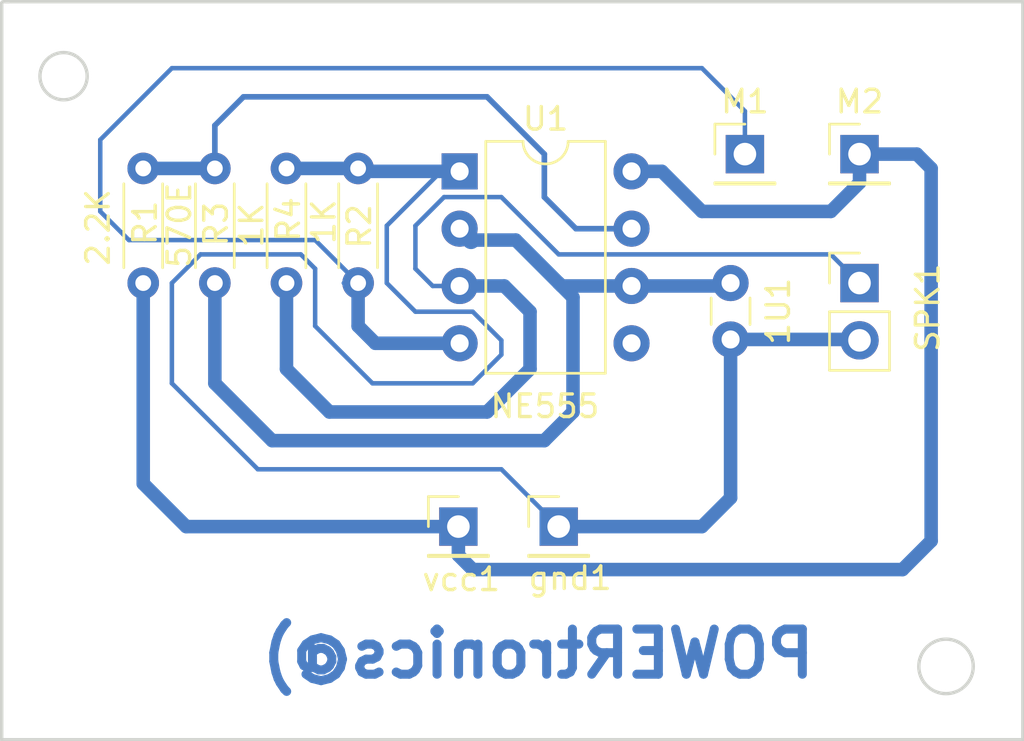
<source format=kicad_pcb>
(kicad_pcb (version 4) (host pcbnew 4.0.5)

  (general
    (links 17)
    (no_connects 0)
    (area 146.686199 99.848599 192.099001 132.713801)
    (thickness 1.6)
    (drawings 9)
    (tracks 89)
    (zones 0)
    (modules 11)
    (nets 8)
  )

  (page A4)
  (layers
    (0 F.Cu signal)
    (31 B.Cu signal)
    (32 B.Adhes user)
    (33 F.Adhes user)
    (34 B.Paste user)
    (35 F.Paste user)
    (36 B.SilkS user)
    (37 F.SilkS user)
    (38 B.Mask user)
    (39 F.Mask user)
    (40 Dwgs.User user)
    (41 Cmts.User user)
    (42 Eco1.User user)
    (43 Eco2.User user)
    (44 Edge.Cuts user)
    (45 Margin user)
    (46 B.CrtYd user)
    (47 F.CrtYd user)
    (48 B.Fab user)
    (49 F.Fab user)
  )

  (setup
    (last_trace_width 0.6)
    (user_trace_width 0.2)
    (user_trace_width 0.6)
    (user_trace_width 0.8)
    (user_trace_width 1)
    (user_trace_width 1.2)
    (user_trace_width 1.4)
    (trace_clearance 0.2)
    (zone_clearance 0.508)
    (zone_45_only yes)
    (trace_min 0.2)
    (segment_width 0.2)
    (edge_width 0.15)
    (via_size 0.6)
    (via_drill 0.4)
    (via_min_size 0.4)
    (via_min_drill 0.3)
    (uvia_size 0.3)
    (uvia_drill 0.1)
    (uvias_allowed no)
    (uvia_min_size 0.2)
    (uvia_min_drill 0.1)
    (pcb_text_width 0.3)
    (pcb_text_size 1.5 1.5)
    (mod_edge_width 0.15)
    (mod_text_size 1 1)
    (mod_text_width 0.15)
    (pad_size 1.524 1.524)
    (pad_drill 0.762)
    (pad_to_mask_clearance 0.2)
    (aux_axis_origin 0 0)
    (visible_elements 7FFFFFFF)
    (pcbplotparams
      (layerselection 0x01030_80000001)
      (usegerberextensions false)
      (excludeedgelayer true)
      (linewidth 0.100000)
      (plotframeref false)
      (viasonmask false)
      (mode 1)
      (useauxorigin false)
      (hpglpennumber 1)
      (hpglpenspeed 20)
      (hpglpendiameter 15)
      (hpglpenoverlay 2)
      (psnegative false)
      (psa4output false)
      (plotreference true)
      (plotvalue true)
      (plotinvisibletext false)
      (padsonsilk false)
      (subtractmaskfromsilk false)
      (outputformat 1)
      (mirror false)
      (drillshape 0)
      (scaleselection 1)
      (outputdirectory ""))
  )

  (net 0 "")
  (net 1 "Net-(1U1-Pad1)")
  (net 2 GND)
  (net 3 "Net-(M1-Pad1)")
  (net 4 "Net-(R1-Pad2)")
  (net 5 "Net-(R4-Pad1)")
  (net 6 "Net-(U1-Pad5)")
  (net 7 VCC)

  (net_class Default "This is the default net class."
    (clearance 0.2)
    (trace_width 0.25)
    (via_dia 0.6)
    (via_drill 0.4)
    (uvia_dia 0.3)
    (uvia_drill 0.1)
    (add_net GND)
    (add_net "Net-(1U1-Pad1)")
    (add_net "Net-(M1-Pad1)")
    (add_net "Net-(R1-Pad2)")
    (add_net "Net-(R4-Pad1)")
    (add_net "Net-(U1-Pad5)")
    (add_net VCC)
  )

  (module Capacitors_THT:C_Disc_D3.0mm_W1.6mm_P2.50mm (layer F.Cu) (tedit 597BC7C2) (tstamp 5E7F3265)
    (at 179.07 112.395 270)
    (descr "C, Disc series, Radial, pin pitch=2.50mm, , diameter*width=3.0*1.6mm^2, Capacitor, http://www.vishay.com/docs/45233/krseries.pdf")
    (tags "C Disc series Radial pin pitch 2.50mm  diameter 3.0mm width 1.6mm Capacitor")
    (path /5DC7C038)
    (fp_text reference 1U1 (at 1.25 -2.11 270) (layer F.SilkS)
      (effects (font (size 1 1) (thickness 0.15)))
    )
    (fp_text value CP1_Small (at 1.25 2.11 270) (layer F.Fab)
      (effects (font (size 1 1) (thickness 0.15)))
    )
    (fp_line (start -0.25 -0.8) (end -0.25 0.8) (layer F.Fab) (width 0.1))
    (fp_line (start -0.25 0.8) (end 2.75 0.8) (layer F.Fab) (width 0.1))
    (fp_line (start 2.75 0.8) (end 2.75 -0.8) (layer F.Fab) (width 0.1))
    (fp_line (start 2.75 -0.8) (end -0.25 -0.8) (layer F.Fab) (width 0.1))
    (fp_line (start 0.663 -0.861) (end 1.837 -0.861) (layer F.SilkS) (width 0.12))
    (fp_line (start 0.663 0.861) (end 1.837 0.861) (layer F.SilkS) (width 0.12))
    (fp_line (start -1.05 -1.15) (end -1.05 1.15) (layer F.CrtYd) (width 0.05))
    (fp_line (start -1.05 1.15) (end 3.55 1.15) (layer F.CrtYd) (width 0.05))
    (fp_line (start 3.55 1.15) (end 3.55 -1.15) (layer F.CrtYd) (width 0.05))
    (fp_line (start 3.55 -1.15) (end -1.05 -1.15) (layer F.CrtYd) (width 0.05))
    (fp_text user %R (at 1.25 0 270) (layer F.Fab)
      (effects (font (size 1 1) (thickness 0.15)))
    )
    (pad 1 thru_hole circle (at 0 0 270) (size 1.6 1.6) (drill 0.8) (layers *.Cu *.Mask)
      (net 1 "Net-(1U1-Pad1)"))
    (pad 2 thru_hole circle (at 2.5 0 270) (size 1.6 1.6) (drill 0.8) (layers *.Cu *.Mask)
      (net 2 GND))
    (model ${KISYS3DMOD}/Capacitors_THT.3dshapes/C_Disc_D3.0mm_W1.6mm_P2.50mm.wrl
      (at (xyz 0 0 0))
      (scale (xyz 1 1 1))
      (rotate (xyz 0 0 0))
    )
  )

  (module Pin_Headers:Pin_Header_Straight_1x01_Pitch2.54mm (layer F.Cu) (tedit 5EABCB96) (tstamp 5E7F327A)
    (at 171.45 123.19)
    (descr "Through hole straight pin header, 1x01, 2.54mm pitch, single row")
    (tags "Through hole pin header THT 1x01 2.54mm single row")
    (path /5DC7C0D1)
    (fp_text reference gnd1 (at 0.508 2.286) (layer F.SilkS)
      (effects (font (size 1 1) (thickness 0.15)))
    )
    (fp_text value CONN_01X01 (at 0 2.33) (layer F.Fab) hide
      (effects (font (size 1 1) (thickness 0.15)))
    )
    (fp_line (start -0.635 -1.27) (end 1.27 -1.27) (layer F.Fab) (width 0.1))
    (fp_line (start 1.27 -1.27) (end 1.27 1.27) (layer F.Fab) (width 0.1))
    (fp_line (start 1.27 1.27) (end -1.27 1.27) (layer F.Fab) (width 0.1))
    (fp_line (start -1.27 1.27) (end -1.27 -0.635) (layer F.Fab) (width 0.1))
    (fp_line (start -1.27 -0.635) (end -0.635 -1.27) (layer F.Fab) (width 0.1))
    (fp_line (start -1.33 1.33) (end 1.33 1.33) (layer F.SilkS) (width 0.12))
    (fp_line (start -1.33 1.27) (end -1.33 1.33) (layer F.SilkS) (width 0.12))
    (fp_line (start 1.33 1.27) (end 1.33 1.33) (layer F.SilkS) (width 0.12))
    (fp_line (start -1.33 1.27) (end 1.33 1.27) (layer F.SilkS) (width 0.12))
    (fp_line (start -1.33 0) (end -1.33 -1.33) (layer F.SilkS) (width 0.12))
    (fp_line (start -1.33 -1.33) (end 0 -1.33) (layer F.SilkS) (width 0.12))
    (fp_line (start -1.8 -1.8) (end -1.8 1.8) (layer F.CrtYd) (width 0.05))
    (fp_line (start -1.8 1.8) (end 1.8 1.8) (layer F.CrtYd) (width 0.05))
    (fp_line (start 1.8 1.8) (end 1.8 -1.8) (layer F.CrtYd) (width 0.05))
    (fp_line (start 1.8 -1.8) (end -1.8 -1.8) (layer F.CrtYd) (width 0.05))
    (fp_text user %R (at 0 0 90) (layer F.Fab)
      (effects (font (size 1 1) (thickness 0.15)))
    )
    (pad 1 thru_hole rect (at 0 0) (size 1.7 1.7) (drill 1) (layers *.Cu *.Mask)
      (net 2 GND))
    (model ${KISYS3DMOD}/Pin_Headers.3dshapes/Pin_Header_Straight_1x01_Pitch2.54mm.wrl
      (at (xyz 0 0 0))
      (scale (xyz 1 1 1))
      (rotate (xyz 0 0 0))
    )
  )

  (module Pin_Headers:Pin_Header_Straight_1x01_Pitch2.54mm (layer F.Cu) (tedit 59650532) (tstamp 5E7F328F)
    (at 179.705 106.68)
    (descr "Through hole straight pin header, 1x01, 2.54mm pitch, single row")
    (tags "Through hole pin header THT 1x01 2.54mm single row")
    (path /5DC7C0A5)
    (fp_text reference M1 (at 0 -2.33) (layer F.SilkS)
      (effects (font (size 1 1) (thickness 0.15)))
    )
    (fp_text value CONN_01X01 (at 0 2.33) (layer F.Fab)
      (effects (font (size 1 1) (thickness 0.15)))
    )
    (fp_line (start -0.635 -1.27) (end 1.27 -1.27) (layer F.Fab) (width 0.1))
    (fp_line (start 1.27 -1.27) (end 1.27 1.27) (layer F.Fab) (width 0.1))
    (fp_line (start 1.27 1.27) (end -1.27 1.27) (layer F.Fab) (width 0.1))
    (fp_line (start -1.27 1.27) (end -1.27 -0.635) (layer F.Fab) (width 0.1))
    (fp_line (start -1.27 -0.635) (end -0.635 -1.27) (layer F.Fab) (width 0.1))
    (fp_line (start -1.33 1.33) (end 1.33 1.33) (layer F.SilkS) (width 0.12))
    (fp_line (start -1.33 1.27) (end -1.33 1.33) (layer F.SilkS) (width 0.12))
    (fp_line (start 1.33 1.27) (end 1.33 1.33) (layer F.SilkS) (width 0.12))
    (fp_line (start -1.33 1.27) (end 1.33 1.27) (layer F.SilkS) (width 0.12))
    (fp_line (start -1.33 0) (end -1.33 -1.33) (layer F.SilkS) (width 0.12))
    (fp_line (start -1.33 -1.33) (end 0 -1.33) (layer F.SilkS) (width 0.12))
    (fp_line (start -1.8 -1.8) (end -1.8 1.8) (layer F.CrtYd) (width 0.05))
    (fp_line (start -1.8 1.8) (end 1.8 1.8) (layer F.CrtYd) (width 0.05))
    (fp_line (start 1.8 1.8) (end 1.8 -1.8) (layer F.CrtYd) (width 0.05))
    (fp_line (start 1.8 -1.8) (end -1.8 -1.8) (layer F.CrtYd) (width 0.05))
    (fp_text user %R (at 0 0 90) (layer F.Fab)
      (effects (font (size 1 1) (thickness 0.15)))
    )
    (pad 1 thru_hole rect (at 0 0) (size 1.7 1.7) (drill 1) (layers *.Cu *.Mask)
      (net 3 "Net-(M1-Pad1)"))
    (model ${KISYS3DMOD}/Pin_Headers.3dshapes/Pin_Header_Straight_1x01_Pitch2.54mm.wrl
      (at (xyz 0 0 0))
      (scale (xyz 1 1 1))
      (rotate (xyz 0 0 0))
    )
  )

  (module Pin_Headers:Pin_Header_Straight_1x01_Pitch2.54mm (layer F.Cu) (tedit 59650532) (tstamp 5E7F32A4)
    (at 184.785 106.68)
    (descr "Through hole straight pin header, 1x01, 2.54mm pitch, single row")
    (tags "Through hole pin header THT 1x01 2.54mm single row")
    (path /5DC7C05F)
    (fp_text reference M2 (at 0 -2.33) (layer F.SilkS)
      (effects (font (size 1 1) (thickness 0.15)))
    )
    (fp_text value CONN_01X01 (at 0 2.33) (layer F.Fab)
      (effects (font (size 1 1) (thickness 0.15)))
    )
    (fp_line (start -0.635 -1.27) (end 1.27 -1.27) (layer F.Fab) (width 0.1))
    (fp_line (start 1.27 -1.27) (end 1.27 1.27) (layer F.Fab) (width 0.1))
    (fp_line (start 1.27 1.27) (end -1.27 1.27) (layer F.Fab) (width 0.1))
    (fp_line (start -1.27 1.27) (end -1.27 -0.635) (layer F.Fab) (width 0.1))
    (fp_line (start -1.27 -0.635) (end -0.635 -1.27) (layer F.Fab) (width 0.1))
    (fp_line (start -1.33 1.33) (end 1.33 1.33) (layer F.SilkS) (width 0.12))
    (fp_line (start -1.33 1.27) (end -1.33 1.33) (layer F.SilkS) (width 0.12))
    (fp_line (start 1.33 1.27) (end 1.33 1.33) (layer F.SilkS) (width 0.12))
    (fp_line (start -1.33 1.27) (end 1.33 1.27) (layer F.SilkS) (width 0.12))
    (fp_line (start -1.33 0) (end -1.33 -1.33) (layer F.SilkS) (width 0.12))
    (fp_line (start -1.33 -1.33) (end 0 -1.33) (layer F.SilkS) (width 0.12))
    (fp_line (start -1.8 -1.8) (end -1.8 1.8) (layer F.CrtYd) (width 0.05))
    (fp_line (start -1.8 1.8) (end 1.8 1.8) (layer F.CrtYd) (width 0.05))
    (fp_line (start 1.8 1.8) (end 1.8 -1.8) (layer F.CrtYd) (width 0.05))
    (fp_line (start 1.8 -1.8) (end -1.8 -1.8) (layer F.CrtYd) (width 0.05))
    (fp_text user %R (at 0 0 90) (layer F.Fab)
      (effects (font (size 1 1) (thickness 0.15)))
    )
    (pad 1 thru_hole rect (at 0 0) (size 1.7 1.7) (drill 1) (layers *.Cu *.Mask)
      (net 7 VCC))
    (model ${KISYS3DMOD}/Pin_Headers.3dshapes/Pin_Header_Straight_1x01_Pitch2.54mm.wrl
      (at (xyz 0 0 0))
      (scale (xyz 1 1 1))
      (rotate (xyz 0 0 0))
    )
  )

  (module Resistors_THT:R_Axial_DIN0204_L3.6mm_D1.6mm_P5.08mm_Horizontal (layer F.Cu) (tedit 5EABCC2B) (tstamp 5E7F32B6)
    (at 153.035 112.395 90)
    (descr "Resistor, Axial_DIN0204 series, Axial, Horizontal, pin pitch=5.08mm, 0.16666666666666666W = 1/6W, length*diameter=3.6*1.6mm^2, http://cdn-reichelt.de/documents/datenblatt/B400/1_4W%23YAG.pdf")
    (tags "Resistor Axial_DIN0204 series Axial Horizontal pin pitch 5.08mm 0.16666666666666666W = 1/6W length 3.6mm diameter 1.6mm")
    (path /5DC7BF40)
    (fp_text reference R1 (at 2.667 0.0762 90) (layer F.SilkS)
      (effects (font (size 1 1) (thickness 0.15)))
    )
    (fp_text value 2.2K (at 2.4638 -2.0066 90) (layer F.SilkS)
      (effects (font (size 1 1) (thickness 0.15)))
    )
    (fp_line (start 0.74 -0.8) (end 0.74 0.8) (layer F.Fab) (width 0.1))
    (fp_line (start 0.74 0.8) (end 4.34 0.8) (layer F.Fab) (width 0.1))
    (fp_line (start 4.34 0.8) (end 4.34 -0.8) (layer F.Fab) (width 0.1))
    (fp_line (start 4.34 -0.8) (end 0.74 -0.8) (layer F.Fab) (width 0.1))
    (fp_line (start 0 0) (end 0.74 0) (layer F.Fab) (width 0.1))
    (fp_line (start 5.08 0) (end 4.34 0) (layer F.Fab) (width 0.1))
    (fp_line (start 0.68 -0.86) (end 4.4 -0.86) (layer F.SilkS) (width 0.12))
    (fp_line (start 0.68 0.86) (end 4.4 0.86) (layer F.SilkS) (width 0.12))
    (fp_line (start -0.95 -1.15) (end -0.95 1.15) (layer F.CrtYd) (width 0.05))
    (fp_line (start -0.95 1.15) (end 6.05 1.15) (layer F.CrtYd) (width 0.05))
    (fp_line (start 6.05 1.15) (end 6.05 -1.15) (layer F.CrtYd) (width 0.05))
    (fp_line (start 6.05 -1.15) (end -0.95 -1.15) (layer F.CrtYd) (width 0.05))
    (pad 1 thru_hole circle (at 0 0 90) (size 1.4 1.4) (drill 0.7) (layers *.Cu *.Mask)
      (net 7 VCC))
    (pad 2 thru_hole oval (at 5.08 0 90) (size 1.4 1.4) (drill 0.7) (layers *.Cu *.Mask)
      (net 4 "Net-(R1-Pad2)"))
    (model ${KISYS3DMOD}/Resistors_THT.3dshapes/R_Axial_DIN0204_L3.6mm_D1.6mm_P5.08mm_Horizontal.wrl
      (at (xyz 0 0 0))
      (scale (xyz 0.393701 0.393701 0.393701))
      (rotate (xyz 0 0 0))
    )
  )

  (module Resistors_THT:R_Axial_DIN0204_L3.6mm_D1.6mm_P5.08mm_Horizontal (layer F.Cu) (tedit 5EABCC4B) (tstamp 5E7F32C8)
    (at 162.56 112.395 90)
    (descr "Resistor, Axial_DIN0204 series, Axial, Horizontal, pin pitch=5.08mm, 0.16666666666666666W = 1/6W, length*diameter=3.6*1.6mm^2, http://cdn-reichelt.de/documents/datenblatt/B400/1_4W%23YAG.pdf")
    (tags "Resistor Axial_DIN0204 series Axial Horizontal pin pitch 5.08mm 0.16666666666666666W = 1/6W length 3.6mm diameter 1.6mm")
    (path /5DC7BFAE)
    (fp_text reference R2 (at 2.5146 0.0508 90) (layer F.SilkS)
      (effects (font (size 1 1) (thickness 0.15)))
    )
    (fp_text value 1K (at 2.7178 -1.524 90) (layer F.SilkS)
      (effects (font (size 1 1) (thickness 0.15)))
    )
    (fp_line (start 0.74 -0.8) (end 0.74 0.8) (layer F.Fab) (width 0.1))
    (fp_line (start 0.74 0.8) (end 4.34 0.8) (layer F.Fab) (width 0.1))
    (fp_line (start 4.34 0.8) (end 4.34 -0.8) (layer F.Fab) (width 0.1))
    (fp_line (start 4.34 -0.8) (end 0.74 -0.8) (layer F.Fab) (width 0.1))
    (fp_line (start 0 0) (end 0.74 0) (layer F.Fab) (width 0.1))
    (fp_line (start 5.08 0) (end 4.34 0) (layer F.Fab) (width 0.1))
    (fp_line (start 0.68 -0.86) (end 4.4 -0.86) (layer F.SilkS) (width 0.12))
    (fp_line (start 0.68 0.86) (end 4.4 0.86) (layer F.SilkS) (width 0.12))
    (fp_line (start -0.95 -1.15) (end -0.95 1.15) (layer F.CrtYd) (width 0.05))
    (fp_line (start -0.95 1.15) (end 6.05 1.15) (layer F.CrtYd) (width 0.05))
    (fp_line (start 6.05 1.15) (end 6.05 -1.15) (layer F.CrtYd) (width 0.05))
    (fp_line (start 6.05 -1.15) (end -0.95 -1.15) (layer F.CrtYd) (width 0.05))
    (pad 1 thru_hole circle (at 0 0 90) (size 1.4 1.4) (drill 0.7) (layers *.Cu *.Mask)
      (net 3 "Net-(M1-Pad1)"))
    (pad 2 thru_hole oval (at 5.08 0 90) (size 1.4 1.4) (drill 0.7) (layers *.Cu *.Mask)
      (net 2 GND))
    (model ${KISYS3DMOD}/Resistors_THT.3dshapes/R_Axial_DIN0204_L3.6mm_D1.6mm_P5.08mm_Horizontal.wrl
      (at (xyz 0 0 0))
      (scale (xyz 0.393701 0.393701 0.393701))
      (rotate (xyz 0 0 0))
    )
  )

  (module Resistors_THT:R_Axial_DIN0204_L3.6mm_D1.6mm_P5.08mm_Horizontal (layer F.Cu) (tedit 5EABCC30) (tstamp 5E7F32DA)
    (at 156.21 107.315 270)
    (descr "Resistor, Axial_DIN0204 series, Axial, Horizontal, pin pitch=5.08mm, 0.16666666666666666W = 1/6W, length*diameter=3.6*1.6mm^2, http://cdn-reichelt.de/documents/datenblatt/B400/1_4W%23YAG.pdf")
    (tags "Resistor Axial_DIN0204 series Axial Horizontal pin pitch 5.08mm 0.16666666666666666W = 1/6W length 3.6mm diameter 1.6mm")
    (path /5DC7BF0F)
    (fp_text reference R3 (at 2.4638 -0.0508 270) (layer F.SilkS)
      (effects (font (size 1 1) (thickness 0.15)))
    )
    (fp_text value 570E (at 2.5146 1.5748 270) (layer F.SilkS)
      (effects (font (size 1 1) (thickness 0.15)))
    )
    (fp_line (start 0.74 -0.8) (end 0.74 0.8) (layer F.Fab) (width 0.1))
    (fp_line (start 0.74 0.8) (end 4.34 0.8) (layer F.Fab) (width 0.1))
    (fp_line (start 4.34 0.8) (end 4.34 -0.8) (layer F.Fab) (width 0.1))
    (fp_line (start 4.34 -0.8) (end 0.74 -0.8) (layer F.Fab) (width 0.1))
    (fp_line (start 0 0) (end 0.74 0) (layer F.Fab) (width 0.1))
    (fp_line (start 5.08 0) (end 4.34 0) (layer F.Fab) (width 0.1))
    (fp_line (start 0.68 -0.86) (end 4.4 -0.86) (layer F.SilkS) (width 0.12))
    (fp_line (start 0.68 0.86) (end 4.4 0.86) (layer F.SilkS) (width 0.12))
    (fp_line (start -0.95 -1.15) (end -0.95 1.15) (layer F.CrtYd) (width 0.05))
    (fp_line (start -0.95 1.15) (end 6.05 1.15) (layer F.CrtYd) (width 0.05))
    (fp_line (start 6.05 1.15) (end 6.05 -1.15) (layer F.CrtYd) (width 0.05))
    (fp_line (start 6.05 -1.15) (end -0.95 -1.15) (layer F.CrtYd) (width 0.05))
    (pad 1 thru_hole circle (at 0 0 270) (size 1.4 1.4) (drill 0.7) (layers *.Cu *.Mask)
      (net 4 "Net-(R1-Pad2)"))
    (pad 2 thru_hole oval (at 5.08 0 270) (size 1.4 1.4) (drill 0.7) (layers *.Cu *.Mask)
      (net 1 "Net-(1U1-Pad1)"))
    (model ${KISYS3DMOD}/Resistors_THT.3dshapes/R_Axial_DIN0204_L3.6mm_D1.6mm_P5.08mm_Horizontal.wrl
      (at (xyz 0 0 0))
      (scale (xyz 0.393701 0.393701 0.393701))
      (rotate (xyz 0 0 0))
    )
  )

  (module Resistors_THT:R_Axial_DIN0204_L3.6mm_D1.6mm_P5.08mm_Horizontal (layer F.Cu) (tedit 5EABCC35) (tstamp 5E7F32EC)
    (at 159.385 112.395 90)
    (descr "Resistor, Axial_DIN0204 series, Axial, Horizontal, pin pitch=5.08mm, 0.16666666666666666W = 1/6W, length*diameter=3.6*1.6mm^2, http://cdn-reichelt.de/documents/datenblatt/B400/1_4W%23YAG.pdf")
    (tags "Resistor Axial_DIN0204 series Axial Horizontal pin pitch 5.08mm 0.16666666666666666W = 1/6W length 3.6mm diameter 1.6mm")
    (path /5DC7BFE4)
    (fp_text reference R4 (at 2.8194 0.0762 90) (layer F.SilkS)
      (effects (font (size 1 1) (thickness 0.15)))
    )
    (fp_text value 1K (at 2.5654 -1.5494 90) (layer F.SilkS)
      (effects (font (size 1 1) (thickness 0.15)))
    )
    (fp_line (start 0.74 -0.8) (end 0.74 0.8) (layer F.Fab) (width 0.1))
    (fp_line (start 0.74 0.8) (end 4.34 0.8) (layer F.Fab) (width 0.1))
    (fp_line (start 4.34 0.8) (end 4.34 -0.8) (layer F.Fab) (width 0.1))
    (fp_line (start 4.34 -0.8) (end 0.74 -0.8) (layer F.Fab) (width 0.1))
    (fp_line (start 0 0) (end 0.74 0) (layer F.Fab) (width 0.1))
    (fp_line (start 5.08 0) (end 4.34 0) (layer F.Fab) (width 0.1))
    (fp_line (start 0.68 -0.86) (end 4.4 -0.86) (layer F.SilkS) (width 0.12))
    (fp_line (start 0.68 0.86) (end 4.4 0.86) (layer F.SilkS) (width 0.12))
    (fp_line (start -0.95 -1.15) (end -0.95 1.15) (layer F.CrtYd) (width 0.05))
    (fp_line (start -0.95 1.15) (end 6.05 1.15) (layer F.CrtYd) (width 0.05))
    (fp_line (start 6.05 1.15) (end 6.05 -1.15) (layer F.CrtYd) (width 0.05))
    (fp_line (start 6.05 -1.15) (end -0.95 -1.15) (layer F.CrtYd) (width 0.05))
    (pad 1 thru_hole circle (at 0 0 90) (size 1.4 1.4) (drill 0.7) (layers *.Cu *.Mask)
      (net 5 "Net-(R4-Pad1)"))
    (pad 2 thru_hole oval (at 5.08 0 90) (size 1.4 1.4) (drill 0.7) (layers *.Cu *.Mask)
      (net 2 GND))
    (model ${KISYS3DMOD}/Resistors_THT.3dshapes/R_Axial_DIN0204_L3.6mm_D1.6mm_P5.08mm_Horizontal.wrl
      (at (xyz 0 0 0))
      (scale (xyz 0.393701 0.393701 0.393701))
      (rotate (xyz 0 0 0))
    )
  )

  (module Pin_Headers:Pin_Header_Straight_1x02_Pitch2.54mm (layer F.Cu) (tedit 5EABCC02) (tstamp 5E7F3302)
    (at 184.785 112.395)
    (descr "Through hole straight pin header, 1x02, 2.54mm pitch, single row")
    (tags "Through hole pin header THT 1x02 2.54mm single row")
    (path /5DC7C19A)
    (fp_text reference SPK1 (at 3.0226 1.0922 90) (layer F.SilkS)
      (effects (font (size 1 1) (thickness 0.15)))
    )
    (fp_text value CONN_01X02 (at 0 4.87) (layer F.Fab) hide
      (effects (font (size 1 1) (thickness 0.15)))
    )
    (fp_line (start -0.635 -1.27) (end 1.27 -1.27) (layer F.Fab) (width 0.1))
    (fp_line (start 1.27 -1.27) (end 1.27 3.81) (layer F.Fab) (width 0.1))
    (fp_line (start 1.27 3.81) (end -1.27 3.81) (layer F.Fab) (width 0.1))
    (fp_line (start -1.27 3.81) (end -1.27 -0.635) (layer F.Fab) (width 0.1))
    (fp_line (start -1.27 -0.635) (end -0.635 -1.27) (layer F.Fab) (width 0.1))
    (fp_line (start -1.33 3.87) (end 1.33 3.87) (layer F.SilkS) (width 0.12))
    (fp_line (start -1.33 1.27) (end -1.33 3.87) (layer F.SilkS) (width 0.12))
    (fp_line (start 1.33 1.27) (end 1.33 3.87) (layer F.SilkS) (width 0.12))
    (fp_line (start -1.33 1.27) (end 1.33 1.27) (layer F.SilkS) (width 0.12))
    (fp_line (start -1.33 0) (end -1.33 -1.33) (layer F.SilkS) (width 0.12))
    (fp_line (start -1.33 -1.33) (end 0 -1.33) (layer F.SilkS) (width 0.12))
    (fp_line (start -1.8 -1.8) (end -1.8 4.35) (layer F.CrtYd) (width 0.05))
    (fp_line (start -1.8 4.35) (end 1.8 4.35) (layer F.CrtYd) (width 0.05))
    (fp_line (start 1.8 4.35) (end 1.8 -1.8) (layer F.CrtYd) (width 0.05))
    (fp_line (start 1.8 -1.8) (end -1.8 -1.8) (layer F.CrtYd) (width 0.05))
    (fp_text user %R (at 0 1.27 90) (layer F.Fab)
      (effects (font (size 1 1) (thickness 0.15)))
    )
    (pad 1 thru_hole rect (at 0 0) (size 1.7 1.7) (drill 1) (layers *.Cu *.Mask)
      (net 5 "Net-(R4-Pad1)"))
    (pad 2 thru_hole oval (at 0 2.54) (size 1.7 1.7) (drill 1) (layers *.Cu *.Mask)
      (net 2 GND))
    (model ${KISYS3DMOD}/Pin_Headers.3dshapes/Pin_Header_Straight_1x02_Pitch2.54mm.wrl
      (at (xyz 0 0 0))
      (scale (xyz 1 1 1))
      (rotate (xyz 0 0 0))
    )
  )

  (module Package_DIP:DIP-8_W7.62mm (layer F.Cu) (tedit 5EABCBD8) (tstamp 5E7F331E)
    (at 167.060001 107.445)
    (descr "8-lead though-hole mounted DIP package, row spacing 7.62 mm (300 mils)")
    (tags "THT DIP DIL PDIP 2.54mm 7.62mm 300mil")
    (path /5DC7BED6)
    (fp_text reference U1 (at 3.81 -2.33) (layer F.SilkS)
      (effects (font (size 1 1) (thickness 0.15)))
    )
    (fp_text value NE555 (at 3.780399 10.411) (layer F.SilkS)
      (effects (font (size 1 1) (thickness 0.15)))
    )
    (fp_arc (start 3.81 -1.33) (end 2.81 -1.33) (angle -180) (layer F.SilkS) (width 0.12))
    (fp_line (start 1.635 -1.27) (end 6.985 -1.27) (layer F.Fab) (width 0.1))
    (fp_line (start 6.985 -1.27) (end 6.985 8.89) (layer F.Fab) (width 0.1))
    (fp_line (start 6.985 8.89) (end 0.635 8.89) (layer F.Fab) (width 0.1))
    (fp_line (start 0.635 8.89) (end 0.635 -0.27) (layer F.Fab) (width 0.1))
    (fp_line (start 0.635 -0.27) (end 1.635 -1.27) (layer F.Fab) (width 0.1))
    (fp_line (start 2.81 -1.33) (end 1.16 -1.33) (layer F.SilkS) (width 0.12))
    (fp_line (start 1.16 -1.33) (end 1.16 8.95) (layer F.SilkS) (width 0.12))
    (fp_line (start 1.16 8.95) (end 6.46 8.95) (layer F.SilkS) (width 0.12))
    (fp_line (start 6.46 8.95) (end 6.46 -1.33) (layer F.SilkS) (width 0.12))
    (fp_line (start 6.46 -1.33) (end 4.81 -1.33) (layer F.SilkS) (width 0.12))
    (fp_line (start -1.1 -1.55) (end -1.1 9.15) (layer F.CrtYd) (width 0.05))
    (fp_line (start -1.1 9.15) (end 8.7 9.15) (layer F.CrtYd) (width 0.05))
    (fp_line (start 8.7 9.15) (end 8.7 -1.55) (layer F.CrtYd) (width 0.05))
    (fp_line (start 8.7 -1.55) (end -1.1 -1.55) (layer F.CrtYd) (width 0.05))
    (fp_text user %R (at 3.81 3.81) (layer F.Fab)
      (effects (font (size 1 1) (thickness 0.15)))
    )
    (pad 1 thru_hole rect (at 0 0) (size 1.6 1.6) (drill 0.8) (layers *.Cu *.Mask)
      (net 2 GND))
    (pad 5 thru_hole oval (at 7.62 7.62) (size 1.6 1.6) (drill 0.8) (layers *.Cu *.Mask)
      (net 6 "Net-(U1-Pad5)"))
    (pad 2 thru_hole oval (at 0 2.54) (size 1.6 1.6) (drill 0.8) (layers *.Cu *.Mask)
      (net 1 "Net-(1U1-Pad1)"))
    (pad 6 thru_hole oval (at 7.62 5.08) (size 1.6 1.6) (drill 0.8) (layers *.Cu *.Mask)
      (net 1 "Net-(1U1-Pad1)"))
    (pad 3 thru_hole oval (at 0 5.08) (size 1.6 1.6) (drill 0.8) (layers *.Cu *.Mask)
      (net 5 "Net-(R4-Pad1)"))
    (pad 7 thru_hole oval (at 7.62 2.54) (size 1.6 1.6) (drill 0.8) (layers *.Cu *.Mask)
      (net 4 "Net-(R1-Pad2)"))
    (pad 4 thru_hole oval (at 0 7.62) (size 1.6 1.6) (drill 0.8) (layers *.Cu *.Mask)
      (net 3 "Net-(M1-Pad1)"))
    (pad 8 thru_hole oval (at 7.62 0) (size 1.6 1.6) (drill 0.8) (layers *.Cu *.Mask)
      (net 7 VCC))
    (model ${KISYS3DMOD}/Package_DIP.3dshapes/DIP-8_W7.62mm.wrl
      (at (xyz 0 0 0))
      (scale (xyz 1 1 1))
      (rotate (xyz 0 0 0))
    )
  )

  (module Pin_Headers:Pin_Header_Straight_1x01_Pitch2.54mm (layer F.Cu) (tedit 5EABCB91) (tstamp 5E7F3333)
    (at 167.005 123.19)
    (descr "Through hole straight pin header, 1x01, 2.54mm pitch, single row")
    (tags "Through hole pin header THT 1x01 2.54mm single row")
    (path /5DC7C110)
    (fp_text reference vcc1 (at 0.127 2.3368) (layer F.SilkS)
      (effects (font (size 1 1) (thickness 0.15)))
    )
    (fp_text value CONN_01X01 (at 0 2.33) (layer F.Fab) hide
      (effects (font (size 1 1) (thickness 0.15)))
    )
    (fp_line (start -0.635 -1.27) (end 1.27 -1.27) (layer F.Fab) (width 0.1))
    (fp_line (start 1.27 -1.27) (end 1.27 1.27) (layer F.Fab) (width 0.1))
    (fp_line (start 1.27 1.27) (end -1.27 1.27) (layer F.Fab) (width 0.1))
    (fp_line (start -1.27 1.27) (end -1.27 -0.635) (layer F.Fab) (width 0.1))
    (fp_line (start -1.27 -0.635) (end -0.635 -1.27) (layer F.Fab) (width 0.1))
    (fp_line (start -1.33 1.33) (end 1.33 1.33) (layer F.SilkS) (width 0.12))
    (fp_line (start -1.33 1.27) (end -1.33 1.33) (layer F.SilkS) (width 0.12))
    (fp_line (start 1.33 1.27) (end 1.33 1.33) (layer F.SilkS) (width 0.12))
    (fp_line (start -1.33 1.27) (end 1.33 1.27) (layer F.SilkS) (width 0.12))
    (fp_line (start -1.33 0) (end -1.33 -1.33) (layer F.SilkS) (width 0.12))
    (fp_line (start -1.33 -1.33) (end 0 -1.33) (layer F.SilkS) (width 0.12))
    (fp_line (start -1.8 -1.8) (end -1.8 1.8) (layer F.CrtYd) (width 0.05))
    (fp_line (start -1.8 1.8) (end 1.8 1.8) (layer F.CrtYd) (width 0.05))
    (fp_line (start 1.8 1.8) (end 1.8 -1.8) (layer F.CrtYd) (width 0.05))
    (fp_line (start 1.8 -1.8) (end -1.8 -1.8) (layer F.CrtYd) (width 0.05))
    (fp_text user %R (at 0 0 90) (layer F.Fab)
      (effects (font (size 1 1) (thickness 0.15)))
    )
    (pad 1 thru_hole rect (at 0 0) (size 1.7 1.7) (drill 1) (layers *.Cu *.Mask)
      (net 7 VCC))
    (model ${KISYS3DMOD}/Pin_Headers.3dshapes/Pin_Header_Straight_1x01_Pitch2.54mm.wrl
      (at (xyz 0 0 0))
      (scale (xyz 1 1 1))
      (rotate (xyz 0 0 0))
    )
  )

  (gr_circle (center 149.5044 103.2256) (end 149.098 102.2604) (layer Edge.Cuts) (width 0.15))
  (gr_circle (center 188.6204 129.3876) (end 188.1632 128.27) (layer Edge.Cuts) (width 0.15))
  (gr_line (start 146.812 99.9236) (end 146.7612 99.9744) (angle 90) (layer Edge.Cuts) (width 0.15))
  (gr_line (start 146.8628 99.9236) (end 147.066 99.9236) (angle 90) (layer Edge.Cuts) (width 0.15))
  (gr_line (start 192.024 99.9236) (end 146.9644 99.9236) (angle 90) (layer Edge.Cuts) (width 0.15))
  (gr_line (start 192.024 132.6388) (end 192.024 99.9236) (angle 90) (layer Edge.Cuts) (width 0.15))
  (gr_line (start 146.7612 132.6388) (end 192.024 132.6388) (angle 90) (layer Edge.Cuts) (width 0.15))
  (gr_line (start 146.7612 100.0252) (end 146.7612 132.6388) (angle 90) (layer Edge.Cuts) (width 0.15))
  (gr_text "POWERtronics@)" (at 170.5356 128.8288) (layer B.Cu)
    (effects (font (size 2 2) (thickness 0.4)) (justify mirror))
  )

  (segment (start 174.680001 112.525) (end 171.58 112.525) (width 0.6) (layer B.Cu) (net 1))
  (segment (start 171.58 112.525) (end 171.45 112.395) (width 0.6) (layer B.Cu) (net 1) (tstamp 5E7F35B9))
  (segment (start 156.21 112.395) (end 156.21 116.84) (width 0.6) (layer B.Cu) (net 1))
  (segment (start 172.085 113.03) (end 171.45 112.395) (width 0.6) (layer B.Cu) (net 1) (tstamp 5E7F359C))
  (segment (start 172.085 118.11) (end 172.085 113.03) (width 0.6) (layer B.Cu) (net 1) (tstamp 5E7F359B))
  (segment (start 170.815 119.38) (end 172.085 118.11) (width 0.6) (layer B.Cu) (net 1) (tstamp 5E7F359A))
  (segment (start 158.75 119.38) (end 170.815 119.38) (width 0.6) (layer B.Cu) (net 1) (tstamp 5E7F3599))
  (segment (start 156.21 116.84) (end 158.75 119.38) (width 0.6) (layer B.Cu) (net 1) (tstamp 5E7F3598))
  (segment (start 169.545 110.49) (end 167.565001 110.49) (width 0.6) (layer B.Cu) (net 1) (tstamp 5E7F359D))
  (segment (start 171.45 112.395) (end 169.545 110.49) (width 0.6) (layer B.Cu) (net 1) (tstamp 5E7F35BC))
  (segment (start 167.565001 110.49) (end 167.060001 109.985) (width 0.8) (layer B.Cu) (net 1) (tstamp 5E7F359E))
  (segment (start 174.680001 112.525) (end 178.94 112.525) (width 0.6) (layer B.Cu) (net 1))
  (segment (start 178.94 112.525) (end 179.07 112.395) (width 0.8) (layer B.Cu) (net 1) (tstamp 5E7F3508))
  (segment (start 167.060001 107.445) (end 166.24 107.445) (width 0.2) (layer B.Cu) (net 2))
  (segment (start 168.91 120.65) (end 171.45 123.19) (width 0.2) (layer B.Cu) (net 2) (tstamp 5E7F374A))
  (segment (start 158.115 120.65) (end 168.91 120.65) (width 0.2) (layer B.Cu) (net 2) (tstamp 5E7F3748))
  (segment (start 154.305 116.84) (end 158.115 120.65) (width 0.2) (layer B.Cu) (net 2) (tstamp 5E7F3742))
  (segment (start 154.305 112.395) (end 154.305 116.84) (width 0.2) (layer B.Cu) (net 2) (tstamp 5E7F3740))
  (segment (start 155.575 111.125) (end 154.305 112.395) (width 0.2) (layer B.Cu) (net 2) (tstamp 5E7F373F))
  (segment (start 160.02 111.125) (end 155.575 111.125) (width 0.2) (layer B.Cu) (net 2) (tstamp 5E7F373A))
  (segment (start 160.655 111.76) (end 160.02 111.125) (width 0.2) (layer B.Cu) (net 2) (tstamp 5E7F3739))
  (segment (start 160.655 114.3) (end 160.655 111.76) (width 0.2) (layer B.Cu) (net 2) (tstamp 5E7F3737))
  (segment (start 163.195 116.84) (end 160.655 114.3) (width 0.2) (layer B.Cu) (net 2) (tstamp 5E7F3735))
  (segment (start 167.64 116.84) (end 163.195 116.84) (width 0.2) (layer B.Cu) (net 2) (tstamp 5E7F3733))
  (segment (start 168.91 115.57) (end 167.64 116.84) (width 0.2) (layer B.Cu) (net 2) (tstamp 5E7F3732))
  (segment (start 168.91 114.935) (end 168.91 115.57) (width 0.2) (layer B.Cu) (net 2) (tstamp 5E7F3730))
  (segment (start 167.64 113.665) (end 168.91 114.935) (width 0.2) (layer B.Cu) (net 2) (tstamp 5E7F372E))
  (segment (start 165.1 113.665) (end 167.64 113.665) (width 0.2) (layer B.Cu) (net 2) (tstamp 5E7F372C))
  (segment (start 163.83 112.395) (end 165.1 113.665) (width 0.2) (layer B.Cu) (net 2) (tstamp 5E7F372A))
  (segment (start 163.83 109.855) (end 163.83 112.395) (width 0.2) (layer B.Cu) (net 2) (tstamp 5E7F3728))
  (segment (start 166.24 107.445) (end 163.83 109.855) (width 0.2) (layer B.Cu) (net 2) (tstamp 5E7F3726))
  (segment (start 171.45 123.19) (end 177.8 123.19) (width 0.6) (layer B.Cu) (net 2))
  (segment (start 179.07 121.92) (end 179.07 114.895) (width 0.6) (layer B.Cu) (net 2) (tstamp 5E7F36EC))
  (segment (start 177.8 123.19) (end 179.07 121.92) (width 0.6) (layer B.Cu) (net 2) (tstamp 5E7F36EB))
  (segment (start 179.07 114.895) (end 184.745 114.895) (width 0.6) (layer B.Cu) (net 2))
  (segment (start 184.745 114.895) (end 184.785 114.935) (width 0.8) (layer B.Cu) (net 2) (tstamp 5E7F350D))
  (segment (start 159.385 107.315) (end 162.56 107.315) (width 0.6) (layer B.Cu) (net 2))
  (segment (start 167.060001 107.445) (end 162.69 107.445) (width 0.6) (layer B.Cu) (net 2))
  (segment (start 162.69 107.445) (end 162.56 107.315) (width 0.8) (layer B.Cu) (net 2) (tstamp 5E7F34FA))
  (segment (start 179.705 106.68) (end 179.705 104.775) (width 0.2) (layer B.Cu) (net 3))
  (segment (start 160.655 110.49) (end 162.56 112.395) (width 0.2) (layer B.Cu) (net 3) (tstamp 5E7F362A))
  (segment (start 152.4 110.49) (end 160.655 110.49) (width 0.2) (layer B.Cu) (net 3) (tstamp 5E7F3628))
  (segment (start 151.13 109.22) (end 152.4 110.49) (width 0.2) (layer B.Cu) (net 3) (tstamp 5E7F3626))
  (segment (start 151.13 106.045) (end 151.13 109.22) (width 0.2) (layer B.Cu) (net 3) (tstamp 5E7F3624))
  (segment (start 154.305 102.87) (end 151.13 106.045) (width 0.2) (layer B.Cu) (net 3) (tstamp 5E7F3622))
  (segment (start 177.8 102.87) (end 154.305 102.87) (width 0.2) (layer B.Cu) (net 3) (tstamp 5E7F3620))
  (segment (start 179.705 104.775) (end 177.8 102.87) (width 0.2) (layer B.Cu) (net 3) (tstamp 5E7F360C))
  (segment (start 162.56 112.395) (end 161.925 112.395) (width 0.2) (layer B.Cu) (net 3))
  (segment (start 162.56 112.395) (end 162.56 114.3) (width 0.6) (layer B.Cu) (net 3))
  (segment (start 162.56 114.3) (end 163.325 115.065) (width 0.6) (layer B.Cu) (net 3) (tstamp 5E7F3560))
  (segment (start 163.325 115.065) (end 167.060001 115.065) (width 0.6) (layer B.Cu) (net 3) (tstamp 5E7F3561))
  (segment (start 156.21 107.315) (end 156.21 105.41) (width 0.25) (layer B.Cu) (net 4))
  (segment (start 156.21 105.41) (end 157.48 104.14) (width 0.25) (layer B.Cu) (net 4) (tstamp 5E7F356A))
  (segment (start 157.48 104.14) (end 168.275 104.14) (width 0.25) (layer B.Cu) (net 4) (tstamp 5E7F356B))
  (segment (start 168.275 104.14) (end 170.815 106.68) (width 0.25) (layer B.Cu) (net 4) (tstamp 5E7F356C))
  (segment (start 170.815 106.68) (end 170.815 108.585) (width 0.25) (layer B.Cu) (net 4) (tstamp 5E7F356D))
  (segment (start 170.815 108.585) (end 172.215 109.985) (width 0.25) (layer B.Cu) (net 4) (tstamp 5E7F356E))
  (segment (start 172.215 109.985) (end 174.680001 109.985) (width 0.25) (layer B.Cu) (net 4) (tstamp 5E7F356F))
  (segment (start 156.21 107.315) (end 153.035 107.315) (width 0.6) (layer B.Cu) (net 4))
  (segment (start 167.060001 112.525) (end 165.865 112.525) (width 0.2) (layer B.Cu) (net 5))
  (segment (start 183.515 111.125) (end 184.785 112.395) (width 0.2) (layer B.Cu) (net 5) (tstamp 5E7F35D6))
  (segment (start 171.45 111.125) (end 183.515 111.125) (width 0.2) (layer B.Cu) (net 5) (tstamp 5E7F35D4))
  (segment (start 168.91 108.585) (end 171.45 111.125) (width 0.2) (layer B.Cu) (net 5) (tstamp 5E7F35D2))
  (segment (start 166.37 108.585) (end 168.91 108.585) (width 0.2) (layer B.Cu) (net 5) (tstamp 5E7F35D0))
  (segment (start 165.1 109.855) (end 166.37 108.585) (width 0.2) (layer B.Cu) (net 5) (tstamp 5E7F35CF))
  (segment (start 165.1 111.76) (end 165.1 109.855) (width 0.2) (layer B.Cu) (net 5) (tstamp 5E7F35CE))
  (segment (start 165.865 112.525) (end 165.1 111.76) (width 0.2) (layer B.Cu) (net 5) (tstamp 5E7F35CD))
  (segment (start 159.385 112.395) (end 159.385 116.205) (width 0.6) (layer B.Cu) (net 5))
  (segment (start 169.04 112.525) (end 167.060001 112.525) (width 0.6) (layer B.Cu) (net 5) (tstamp 5E7F355D))
  (segment (start 170.18 113.665) (end 169.04 112.525) (width 0.6) (layer B.Cu) (net 5) (tstamp 5E7F355C))
  (segment (start 170.18 116.205) (end 170.18 113.665) (width 0.6) (layer B.Cu) (net 5) (tstamp 5E7F355B))
  (segment (start 168.275 118.11) (end 170.18 116.205) (width 0.6) (layer B.Cu) (net 5) (tstamp 5E7F355A))
  (segment (start 161.29 118.11) (end 168.275 118.11) (width 0.6) (layer B.Cu) (net 5) (tstamp 5E7F3559))
  (segment (start 159.385 116.205) (end 161.29 118.11) (width 0.6) (layer B.Cu) (net 5) (tstamp 5E7F3558))
  (segment (start 167.005 123.19) (end 167.005 124.46) (width 0.6) (layer B.Cu) (net 7))
  (segment (start 167.005 124.46) (end 167.64 125.095) (width 0.6) (layer B.Cu) (net 7) (tstamp 5E7F3762))
  (segment (start 167.64 125.095) (end 186.69 125.095) (width 0.6) (layer B.Cu) (net 7) (tstamp 5E7F3763))
  (segment (start 186.69 125.095) (end 187.96 123.825) (width 0.6) (layer B.Cu) (net 7) (tstamp 5E7F3766))
  (segment (start 187.96 123.825) (end 187.96 107.315) (width 0.6) (layer B.Cu) (net 7) (tstamp 5E7F3768))
  (segment (start 187.96 107.315) (end 187.325 106.68) (width 0.6) (layer B.Cu) (net 7) (tstamp 5E7F376A))
  (segment (start 187.325 106.68) (end 184.785 106.68) (width 0.6) (layer B.Cu) (net 7) (tstamp 5E7F376B))
  (segment (start 167.005 123.19) (end 154.94 123.19) (width 0.6) (layer B.Cu) (net 7))
  (segment (start 154.94 123.19) (end 153.035 121.285) (width 0.6) (layer B.Cu) (net 7) (tstamp 5E7F36EF))
  (segment (start 153.035 121.285) (end 153.035 112.395) (width 0.6) (layer B.Cu) (net 7) (tstamp 5E7F36F0))
  (segment (start 174.680001 107.445) (end 176.025 107.445) (width 0.6) (layer B.Cu) (net 7))
  (segment (start 176.025 107.445) (end 177.8 109.22) (width 0.6) (layer B.Cu) (net 7) (tstamp 5E7F3502))
  (segment (start 177.8 109.22) (end 183.515 109.22) (width 0.6) (layer B.Cu) (net 7) (tstamp 5E7F3503))
  (segment (start 183.515 109.22) (end 184.785 107.95) (width 0.6) (layer B.Cu) (net 7) (tstamp 5E7F3504))
  (segment (start 184.785 107.95) (end 184.785 106.68) (width 0.6) (layer B.Cu) (net 7) (tstamp 5E7F3505))

  (zone (net 0) (net_name "") (layer B.Cu) (tstamp 5EABCD39) (hatch edge 0.508)
    (connect_pads (clearance 0.508))
    (min_thickness 0.254)
    (keepout (tracks not_allowed) (vias not_allowed) (copperpour allowed))
    (fill (arc_segments 16) (thermal_gap 0.508) (thermal_bridge_width 0.508))
    (polygon
      (pts
        (xy 147.4724 100.838) (xy 147.4724 131.826) (xy 190.9572 131.826) (xy 190.9572 100.838) (xy 189.992 100.838)
      )
    )
  )
)

</source>
